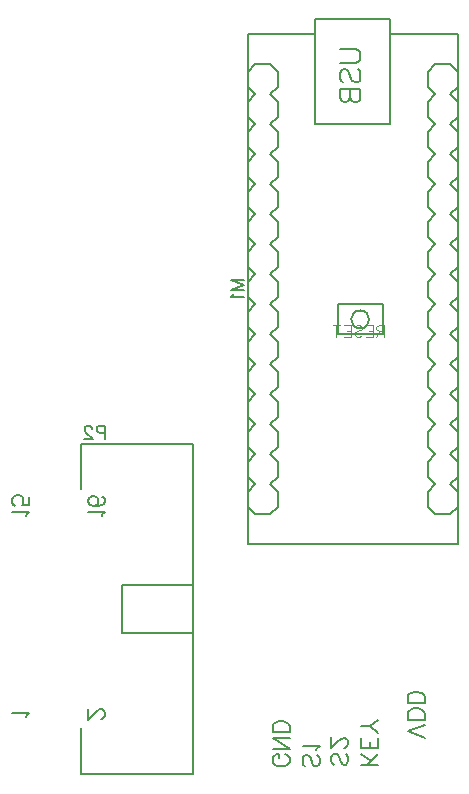
<source format=gbo>
G04 Layer: BottomSilkscreenLayer*
G04 EasyEDA v6.5.22, 2023-02-15 17:28:14*
G04 889346655b5e4dd39cbf71a95156414b,7be1179030e74d40a97a3c751b95adb4,10*
G04 Gerber Generator version 0.2*
G04 Scale: 100 percent, Rotated: No, Reflected: No *
G04 Dimensions in millimeters *
G04 leading zeros omitted , absolute positions ,4 integer and 5 decimal *
%FSLAX45Y45*%
%MOMM*%

%ADD10C,0.1524*%
%ADD11C,0.1422*%
%ADD12C,0.0813*%
%ADD13C,0.1499*%
%ADD14C,0.2032*%
%ADD15C,0.1270*%
%ADD16C,0.2007*%
%ADD17C,0.0118*%

%LPD*%
D10*
X-2185415Y876300D02*
G01*
X-2076450Y876300D01*
X-2185415Y876300D02*
G01*
X-2076450Y834644D01*
X-2185415Y793242D02*
G01*
X-2076450Y834644D01*
X-2185415Y793242D02*
G01*
X-2076450Y793242D01*
X-2164587Y758952D02*
G01*
X-2169921Y748537D01*
X-2185415Y732789D01*
X-2076450Y732789D01*
D11*
X-1258823Y2832100D02*
G01*
X-1137665Y2832100D01*
X-1113536Y2823971D01*
X-1097279Y2807970D01*
X-1089152Y2783586D01*
X-1089152Y2767329D01*
X-1097279Y2743200D01*
X-1113536Y2726944D01*
X-1137665Y2719070D01*
X-1258823Y2719070D01*
X-1234694Y2552445D02*
G01*
X-1250950Y2568702D01*
X-1258823Y2592831D01*
X-1258823Y2625089D01*
X-1250950Y2649473D01*
X-1234694Y2665729D01*
X-1218437Y2665729D01*
X-1202436Y2657602D01*
X-1194307Y2649473D01*
X-1186179Y2633218D01*
X-1169923Y2584704D01*
X-1162050Y2568702D01*
X-1153921Y2560573D01*
X-1137665Y2552445D01*
X-1113536Y2552445D01*
X-1097279Y2568702D01*
X-1089152Y2592831D01*
X-1089152Y2625089D01*
X-1097279Y2649473D01*
X-1113536Y2665729D01*
X-1258823Y2499105D02*
G01*
X-1089152Y2499105D01*
X-1258823Y2499105D02*
G01*
X-1258823Y2426462D01*
X-1250950Y2402078D01*
X-1242821Y2393950D01*
X-1226565Y2386076D01*
X-1210310Y2386076D01*
X-1194307Y2393950D01*
X-1186179Y2402078D01*
X-1178052Y2426462D01*
X-1178052Y2499105D02*
G01*
X-1178052Y2426462D01*
X-1169923Y2402078D01*
X-1162050Y2393950D01*
X-1145794Y2386076D01*
X-1121410Y2386076D01*
X-1105407Y2393950D01*
X-1097279Y2402078D01*
X-1089152Y2426462D01*
X-1089152Y2499105D01*
D12*
X-889000Y496315D02*
G01*
X-889000Y399287D01*
X-889000Y496315D02*
G01*
X-930655Y496315D01*
X-944371Y491489D01*
X-948944Y486918D01*
X-953770Y477773D01*
X-953770Y468629D01*
X-948944Y459231D01*
X-944371Y454660D01*
X-930655Y450087D01*
X-889000Y450087D01*
X-921257Y450087D02*
G01*
X-953770Y399287D01*
X-984250Y496315D02*
G01*
X-984250Y399287D01*
X-984250Y496315D02*
G01*
X-1044194Y496315D01*
X-984250Y450087D02*
G01*
X-1021079Y450087D01*
X-984250Y399287D02*
G01*
X-1044194Y399287D01*
X-1139189Y482345D02*
G01*
X-1130045Y491489D01*
X-1116329Y496315D01*
X-1097787Y496315D01*
X-1083818Y491489D01*
X-1074673Y482345D01*
X-1074673Y473202D01*
X-1079245Y463804D01*
X-1083818Y459231D01*
X-1093215Y454660D01*
X-1120902Y445515D01*
X-1130045Y440689D01*
X-1134618Y436118D01*
X-1139189Y426973D01*
X-1139189Y413004D01*
X-1130045Y403860D01*
X-1116329Y399287D01*
X-1097787Y399287D01*
X-1083818Y403860D01*
X-1074673Y413004D01*
X-1169670Y496315D02*
G01*
X-1169670Y399287D01*
X-1169670Y496315D02*
G01*
X-1229868Y496315D01*
X-1169670Y450087D02*
G01*
X-1206754Y450087D01*
X-1169670Y399287D02*
G01*
X-1229868Y399287D01*
X-1292605Y496315D02*
G01*
X-1292605Y399287D01*
X-1260347Y496315D02*
G01*
X-1324863Y496315D01*
D10*
X-3251200Y-354584D02*
G01*
X-3251200Y-463550D01*
X-3251200Y-354584D02*
G01*
X-3297936Y-354584D01*
X-3313429Y-359663D01*
X-3318763Y-364997D01*
X-3323844Y-375412D01*
X-3323844Y-390905D01*
X-3318763Y-401320D01*
X-3313429Y-406400D01*
X-3297936Y-411734D01*
X-3251200Y-411734D01*
X-3363468Y-380492D02*
G01*
X-3363468Y-375412D01*
X-3368547Y-364997D01*
X-3373881Y-359663D01*
X-3384295Y-354584D01*
X-3404870Y-354584D01*
X-3415284Y-359663D01*
X-3420618Y-364997D01*
X-3425697Y-375412D01*
X-3425697Y-385826D01*
X-3420618Y-396239D01*
X-3410204Y-411734D01*
X-3358134Y-463550D01*
X-3431031Y-463550D01*
D13*
X-3923029Y-1115060D02*
G01*
X-3916171Y-1101344D01*
X-3895852Y-1081023D01*
X-4039107Y-1081023D01*
X-3895852Y-954023D02*
G01*
X-3895852Y-1022350D01*
X-3957065Y-1029207D01*
X-3950462Y-1022350D01*
X-3943604Y-1001776D01*
X-3943604Y-981202D01*
X-3950462Y-960881D01*
X-3963923Y-947165D01*
X-3984497Y-940307D01*
X-3998213Y-940307D01*
X-4018534Y-947165D01*
X-4032250Y-960881D01*
X-4039107Y-981202D01*
X-4039107Y-1001776D01*
X-4032250Y-1022350D01*
X-4025392Y-1029207D01*
X-4011676Y-1035812D01*
X-3280410Y-1115060D02*
G01*
X-3273552Y-1101344D01*
X-3253231Y-1081023D01*
X-3396487Y-1081023D01*
X-3273552Y-954023D02*
G01*
X-3260089Y-960881D01*
X-3253231Y-981202D01*
X-3253231Y-994918D01*
X-3260089Y-1015492D01*
X-3280410Y-1029207D01*
X-3314445Y-1035812D01*
X-3348736Y-1035812D01*
X-3375913Y-1029207D01*
X-3389629Y-1015492D01*
X-3396487Y-994918D01*
X-3396487Y-988060D01*
X-3389629Y-967739D01*
X-3375913Y-954023D01*
X-3355594Y-947165D01*
X-3348736Y-947165D01*
X-3328162Y-954023D01*
X-3314445Y-967739D01*
X-3307842Y-988060D01*
X-3307842Y-994918D01*
X-3314445Y-1015492D01*
X-3328162Y-1029207D01*
X-3348736Y-1035812D01*
X-3923029Y-2819400D02*
G01*
X-3916171Y-2805684D01*
X-3895852Y-2785363D01*
X-4039107Y-2785363D01*
X-3287268Y-2837942D02*
G01*
X-3280410Y-2837942D01*
X-3266694Y-2831084D01*
X-3260089Y-2824226D01*
X-3253231Y-2810763D01*
X-3253231Y-2783331D01*
X-3260089Y-2769615D01*
X-3266694Y-2763012D01*
X-3280410Y-2756154D01*
X-3294126Y-2756154D01*
X-3307842Y-2763012D01*
X-3328162Y-2776473D01*
X-3396487Y-2844800D01*
X-3396487Y-2749295D01*
D14*
X-547077Y-2997314D02*
G01*
X-690333Y-2942704D01*
X-547077Y-2888094D02*
G01*
X-690333Y-2942704D01*
X-547077Y-2843136D02*
G01*
X-690333Y-2843136D01*
X-547077Y-2843136D02*
G01*
X-547077Y-2795384D01*
X-553935Y-2774810D01*
X-567651Y-2761348D01*
X-581113Y-2754490D01*
X-601687Y-2747632D01*
X-635723Y-2747632D01*
X-656297Y-2754490D01*
X-669759Y-2761348D01*
X-683475Y-2774810D01*
X-690333Y-2795384D01*
X-690333Y-2843136D01*
X-547077Y-2702674D02*
G01*
X-690333Y-2702674D01*
X-547077Y-2702674D02*
G01*
X-547077Y-2654922D01*
X-553935Y-2634602D01*
X-567651Y-2620886D01*
X-581113Y-2614028D01*
X-601687Y-2607170D01*
X-635723Y-2607170D01*
X-656297Y-2614028D01*
X-669759Y-2620886D01*
X-683475Y-2634602D01*
X-690333Y-2654922D01*
X-690333Y-2702674D01*
X-940772Y-3225906D02*
G01*
X-1084028Y-3225906D01*
X-940772Y-3130402D02*
G01*
X-1036276Y-3225906D01*
X-1002240Y-3191616D02*
G01*
X-1084028Y-3130402D01*
X-940772Y-3085444D02*
G01*
X-1084028Y-3085444D01*
X-940772Y-3085444D02*
G01*
X-940772Y-2996798D01*
X-1009098Y-3085444D02*
G01*
X-1009098Y-3030834D01*
X-1084028Y-3085444D02*
G01*
X-1084028Y-2996798D01*
X-940772Y-2951586D02*
G01*
X-1009098Y-2897230D01*
X-1084028Y-2897230D01*
X-940772Y-2842620D02*
G01*
X-1009098Y-2897230D01*
X-1215346Y-3130402D02*
G01*
X-1201630Y-3143864D01*
X-1194772Y-3164438D01*
X-1194772Y-3191616D01*
X-1201630Y-3212190D01*
X-1215346Y-3225906D01*
X-1228808Y-3225906D01*
X-1242524Y-3219048D01*
X-1249382Y-3212190D01*
X-1256240Y-3198474D01*
X-1269956Y-3157580D01*
X-1276560Y-3143864D01*
X-1283418Y-3137260D01*
X-1297134Y-3130402D01*
X-1317454Y-3130402D01*
X-1331170Y-3143864D01*
X-1338028Y-3164438D01*
X-1338028Y-3191616D01*
X-1331170Y-3212190D01*
X-1317454Y-3225906D01*
X-1228808Y-3078586D02*
G01*
X-1222204Y-3078586D01*
X-1208488Y-3071728D01*
X-1201630Y-3064870D01*
X-1194772Y-3051154D01*
X-1194772Y-3023976D01*
X-1201630Y-3010260D01*
X-1208488Y-3003402D01*
X-1222204Y-2996798D01*
X-1235666Y-2996798D01*
X-1249382Y-3003402D01*
X-1269956Y-3017118D01*
X-1338028Y-3085444D01*
X-1338028Y-2989940D01*
X-1456646Y-3143102D02*
G01*
X-1442930Y-3156564D01*
X-1436072Y-3177138D01*
X-1436072Y-3204316D01*
X-1442930Y-3224890D01*
X-1456646Y-3238606D01*
X-1470108Y-3238606D01*
X-1483824Y-3231748D01*
X-1490682Y-3224890D01*
X-1497540Y-3211174D01*
X-1511256Y-3170280D01*
X-1517860Y-3156564D01*
X-1524718Y-3149960D01*
X-1538434Y-3143102D01*
X-1558754Y-3143102D01*
X-1572470Y-3156564D01*
X-1579328Y-3177138D01*
X-1579328Y-3204316D01*
X-1572470Y-3224890D01*
X-1558754Y-3238606D01*
X-1463504Y-3098144D02*
G01*
X-1456646Y-3084428D01*
X-1436072Y-3063854D01*
X-1579328Y-3063854D01*
X-1724108Y-3136244D02*
G01*
X-1710646Y-3143102D01*
X-1696930Y-3156564D01*
X-1690072Y-3170280D01*
X-1690072Y-3197712D01*
X-1696930Y-3211174D01*
X-1710646Y-3224890D01*
X-1724108Y-3231748D01*
X-1744682Y-3238606D01*
X-1778718Y-3238606D01*
X-1799292Y-3231748D01*
X-1812754Y-3224890D01*
X-1826470Y-3211174D01*
X-1833328Y-3197712D01*
X-1833328Y-3170280D01*
X-1826470Y-3156564D01*
X-1812754Y-3143102D01*
X-1799292Y-3136244D01*
X-1778718Y-3136244D01*
X-1778718Y-3170280D02*
G01*
X-1778718Y-3136244D01*
X-1690072Y-3091286D02*
G01*
X-1833328Y-3091286D01*
X-1690072Y-3091286D02*
G01*
X-1833328Y-2995782D01*
X-1690072Y-2995782D02*
G01*
X-1833328Y-2995782D01*
X-1690072Y-2950824D02*
G01*
X-1833328Y-2950824D01*
X-1690072Y-2950824D02*
G01*
X-1690072Y-2903072D01*
X-1696930Y-2882498D01*
X-1710646Y-2869036D01*
X-1724108Y-2862178D01*
X-1744682Y-2855320D01*
X-1778718Y-2855320D01*
X-1799292Y-2862178D01*
X-1812754Y-2869036D01*
X-1826470Y-2882498D01*
X-1833328Y-2903072D01*
X-1833328Y-2950824D01*
D15*
X-2044700Y1879600D02*
G01*
X-1981200Y1943100D01*
X-2044700Y2006600D01*
X-2044700Y2133600D01*
X-1981200Y2197100D01*
X-2044700Y2260600D01*
X-2044700Y2387600D01*
X-1981200Y2451100D01*
X-2044700Y2514600D01*
X-2044700Y2641600D01*
X-1981200Y2705100D01*
X-1854200Y2705100D01*
X-1790700Y2641600D01*
X-1790700Y2514600D01*
X-1854200Y2451100D01*
X-1790700Y2387600D01*
X-1790700Y2260600D01*
X-1854200Y2197100D01*
X-1790700Y2133600D01*
X-1790700Y2006600D01*
X-1854200Y1943100D01*
X-1790700Y1879600D01*
X-1790700Y1752600D01*
X-1854200Y1689100D01*
X-1790700Y1625600D01*
X-1790700Y1498600D01*
X-1854200Y1435100D01*
X-1790700Y1371600D01*
X-1790700Y1244600D01*
X-1854200Y1181100D01*
X-1790700Y1117600D01*
X-1790700Y990600D01*
X-1854200Y927100D01*
X-1790700Y863600D01*
X-1790700Y736600D01*
X-1854200Y673100D01*
X-1790700Y609600D01*
X-1790700Y482600D01*
X-1854200Y419100D01*
X-1790700Y355600D01*
X-1790700Y228600D01*
X-1854200Y165100D01*
X-1790700Y101600D01*
X-1790700Y-25400D01*
X-1854200Y-88900D01*
X-1790700Y-152400D01*
X-1790700Y-279400D01*
X-1854200Y-342900D01*
X-1790700Y-406400D01*
X-1790700Y-533400D01*
X-1854200Y-596900D01*
X-1790700Y-660400D01*
X-1790700Y-787400D01*
X-1854200Y-850900D01*
X-1790700Y-914400D01*
X-1790700Y-1041400D01*
X-1854200Y-1104900D01*
X-1981200Y-1104900D01*
X-2044700Y-1041400D01*
X-2044700Y-914400D02*
G01*
X-1981200Y-850900D01*
X-2044700Y-787400D01*
X-2044700Y-1358900D01*
X-1473200Y-1358900D01*
X-838200Y-1358900D01*
X-266700Y-1358900D01*
X-266700Y-914400D01*
X-266700Y-787400D01*
X-330200Y-850900D01*
X-266700Y-914400D01*
X-2044700Y-660400D02*
G01*
X-1981200Y-596900D01*
X-2044700Y-533400D01*
X-2044700Y-787400D02*
G01*
X-2044700Y-406400D01*
X-1981200Y-342900D01*
X-2044700Y-279400D01*
X-2044700Y-152400D02*
G01*
X-1981200Y-88900D01*
X-2044700Y-25400D01*
X-2044700Y101600D02*
G01*
X-1981200Y165100D01*
X-2044700Y228600D01*
X-2044700Y355600D02*
G01*
X-1981200Y419100D01*
X-2044700Y482600D01*
X-2044700Y609600D02*
G01*
X-1981200Y673100D01*
X-2044700Y736600D01*
X-2044700Y863600D02*
G01*
X-1981200Y927100D01*
X-2044700Y990600D01*
X-2044700Y1117600D02*
G01*
X-1981200Y1181100D01*
X-2044700Y1244600D01*
X-2044700Y2006600D01*
X-2044700Y1371600D02*
G01*
X-1981200Y1435100D01*
X-2044700Y1498600D01*
X-2044700Y1625600D02*
G01*
X-1981200Y1689100D01*
X-2044700Y1752600D01*
X-266700Y-1041400D02*
G01*
X-330200Y-1104900D01*
X-457200Y-1104900D01*
X-520700Y-1041400D01*
X-520700Y-914400D01*
X-457200Y-850900D01*
X-520700Y-787400D01*
X-520700Y-660400D01*
X-457200Y-596900D01*
X-520700Y-533400D01*
X-520700Y-406400D01*
X-457200Y-342900D01*
X-520700Y-279400D01*
X-520700Y-152400D01*
X-457200Y-88900D01*
X-520700Y-25400D01*
X-520700Y101600D01*
X-457200Y165100D01*
X-520700Y228600D01*
X-520700Y355600D01*
X-457200Y419100D01*
X-520700Y482600D01*
X-520700Y609600D01*
X-457200Y673100D01*
X-520700Y736600D01*
X-520700Y863600D01*
X-457200Y927100D01*
X-520700Y990600D01*
X-520700Y1117600D01*
X-457200Y1181100D01*
X-520700Y1244600D01*
X-520700Y1371600D01*
X-457200Y1435100D01*
X-520700Y1498600D01*
X-520700Y1625600D01*
X-457200Y1689100D01*
X-520700Y1752600D01*
X-520700Y1879600D01*
X-457200Y1943100D01*
X-520700Y2006600D01*
X-520700Y2133600D01*
X-457200Y2197100D01*
X-520700Y2260600D01*
X-520700Y2387600D01*
X-457200Y2451100D01*
X-520700Y2514600D01*
X-520700Y2641600D01*
X-457200Y2705100D01*
X-330200Y2705100D01*
X-266700Y2641600D01*
X-266700Y2959100D01*
X-838200Y2959100D01*
X-838200Y2197100D01*
X-1473200Y2197100D01*
X-1473200Y2959100D01*
X-1473200Y3086100D01*
X-838200Y3086100D01*
X-838200Y2959100D01*
X-266700Y1879600D02*
G01*
X-330200Y1943100D01*
X-266700Y2006600D01*
X-266700Y2133600D01*
X-330200Y2197100D01*
X-266700Y2260600D01*
X-266700Y2387600D01*
X-330200Y2451100D01*
X-266700Y2514600D01*
X-266700Y2641600D01*
X-2044700Y-406400D02*
G01*
X-2044700Y1244600D01*
X-266700Y1625600D02*
G01*
X-330200Y1689100D01*
X-266700Y1752600D01*
X-266700Y1625600D01*
X-266700Y1498600D01*
X-266700Y1371600D01*
X-266700Y1244600D01*
X-266700Y1117600D01*
X-266700Y990600D01*
X-266700Y863600D01*
X-266700Y736600D01*
X-266700Y609600D01*
X-266700Y482600D01*
X-266700Y355600D01*
X-266700Y228600D01*
X-266700Y101600D01*
X-266700Y-25400D01*
X-266700Y-152400D01*
X-266700Y-279400D01*
X-266700Y-406400D01*
X-266700Y-533400D01*
X-266700Y-660400D01*
X-266700Y-787400D01*
X-266700Y1498600D02*
G01*
X-330200Y1435100D01*
X-266700Y1371600D01*
X-266700Y1244600D02*
G01*
X-330200Y1181100D01*
X-266700Y1117600D01*
X-266700Y990600D02*
G01*
X-330200Y927100D01*
X-266700Y863600D01*
X-266700Y736600D02*
G01*
X-330200Y673100D01*
X-266700Y609600D01*
X-266700Y482600D02*
G01*
X-330200Y419100D01*
X-266700Y355600D01*
X-266700Y228600D02*
G01*
X-330200Y165100D01*
X-266700Y101600D01*
X-266700Y-25400D02*
G01*
X-330200Y-88900D01*
X-266700Y-152400D01*
X-266700Y-279400D02*
G01*
X-330200Y-342900D01*
X-266700Y-406400D01*
X-266700Y-533400D02*
G01*
X-330200Y-596900D01*
X-266700Y-660400D01*
X-2044700Y2133600D02*
G01*
X-2044700Y2260600D01*
X-2044700Y2387600D02*
G01*
X-2044700Y2514600D01*
X-2044700Y2641600D02*
G01*
X-2044700Y2959100D01*
X-1473200Y2959100D01*
X-266700Y2514600D02*
G01*
X-266700Y2387600D01*
X-266700Y2260600D02*
G01*
X-266700Y2133600D01*
X-266700Y2006600D02*
G01*
X-266700Y1752600D01*
X-901700Y673100D02*
G01*
X-901700Y419100D01*
X-1282700Y419100D01*
X-1282700Y673100D01*
X-901700Y673100D01*
D16*
X-2509520Y-2109978D02*
G01*
X-3106420Y-2109978D01*
X-3106420Y-1700021D01*
X-2509520Y-1700021D01*
X-2509520Y-3302000D02*
G01*
X-3454400Y-3302000D01*
X-3454400Y-2916428D01*
X-3454400Y-893571D02*
G01*
X-3454400Y-508000D01*
X-2509520Y-508000D01*
X-2509520Y-3302000D01*
D15*
G75*
G01*
X-1092200Y469900D02*
G02*
X-1091794Y469900I203J76200D01*
M02*

</source>
